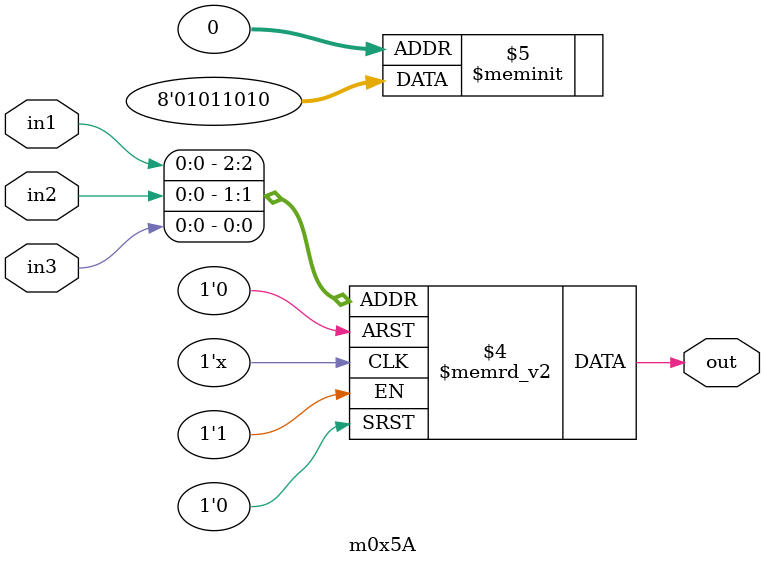
<source format=v>
module m0x5A(output out, input in1, in2, in3);

   always @(in1, in2, in3)
     begin
        case({in1, in2, in3})
          3'b000: {out} = 1'b0;
          3'b001: {out} = 1'b1;
          3'b010: {out} = 1'b0;
          3'b011: {out} = 1'b1;
          3'b100: {out} = 1'b1;
          3'b101: {out} = 1'b0;
          3'b110: {out} = 1'b1;
          3'b111: {out} = 1'b0;
        endcase // case ({in1, in2, in3})
     end // always @ (in1, in2, in3)

endmodule // m0x5A
</source>
